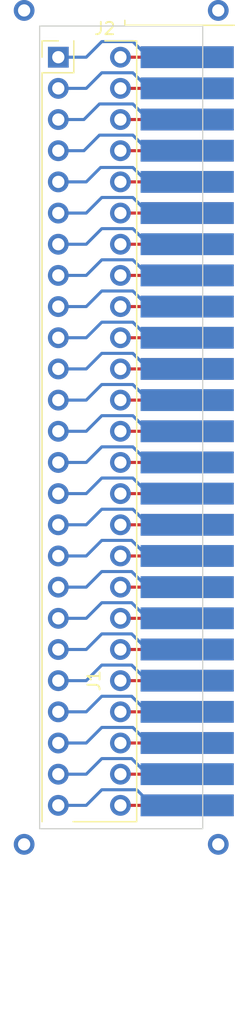
<source format=kicad_pcb>
(kicad_pcb (version 20211014) (generator pcbnew)
  (layers (0 "F.Cu" signal) (31 "B.Cu" signal) (34 "B.Paste" user) (35 "F.Paste" user) (36 "B.SilkS" user "B.Silkscreen") (37 "F.SilkS" user "F.Silkscreen") (38 "B.Mask" user) (39 "F.Mask" user) (44 "Edge.Cuts" user))
  (net 0 "")
  (net 1 "Net-(J1-Pad1)")
  (net 2 "Net-(J1-Pad2)")
  (net 3 "Net-(J1-Pad3)")
  (net 4 "Net-(J1-Pad4)")
  (net 5 "Net-(J1-Pad5)")
  (net 6 "Net-(J1-Pad6)")
  (net 7 "Net-(J1-Pad7)")
  (net 8 "Net-(J1-Pad8)")
  (net 9 "Net-(J1-Pad9)")
  (net 10 "Net-(J1-Pad10)")
  (net 11 "Net-(J1-Pad11)")
  (net 12 "Net-(J1-Pad12)")
  (net 13 "Net-(J1-Pad13)")
  (net 14 "Net-(J1-Pad14)")
  (net 15 "Net-(J1-Pad15)")
  (net 16 "Net-(J1-Pad16)")
  (net 17 "Net-(J1-Pad17)")
  (net 18 "Net-(J1-Pad18)")
  (net 19 "Net-(J1-Pad19)")
  (net 20 "Net-(J1-Pad20)")
  (net 21 "Net-(J1-Pad21)")
  (net 22 "Net-(J1-Pad22)")
  (net 23 "Net-(J1-Pad23)")
  (net 24 "Net-(J1-Pad24)")
  (net 25 "Net-(J1-Pad25)")
  (net 26 "Net-(J1-Pad32)")
  (net 27 "Net-(J1-Pad33)")
  (net 28 "Net-(J1-Pad34)")
  (net 29 "Net-(J1-Pad35)")
  (net 30 "Net-(J1-Pad36)")
  (net 31 "Net-(J1-Pad37)")
  (net 32 "Net-(J1-Pad38)")
  (net 33 "Net-(J1-Pad39)")
  (net 34 "Net-(J1-Pad40)")
  (net 35 "Net-(J1-Pad41)")
  (net 36 "Net-(J1-Pad42)")
  (net 37 "Net-(J1-Pad43)")
  (net 38 "Net-(J1-Pad44)")
  (net 39 "Net-(J1-Pad45)")
  (net 40 "Net-(J1-Pad46)")
  (net 41 "Net-(J1-Pad47)")
  (net 42 "Net-(J1-Pad48)")
  (net 43 "Net-(J1-Pad49)")
  (net 44 "Net-(J1-Pad50)")
  (net 45 "Net-(J1-Pad26)")
  (net 46 "Net-(J1-Pad27)")
  (net 47 "Net-(J1-Pad28)")
  (net 48 "Net-(J1-Pad29)")
  (net 49 "Net-(J1-Pad30)")
  (net 50 "Net-(J1-Pad31)")
  (footprint "Connector_PinHeader_2.54mm:Apple II Ext Connector" (layer "F.Cu") (at 31.369 126.365)
    (fp_text reference "J2" (at 3.81 -2.33) (layer "F.SilkS"))
    (fp_text value "Conn_02x25_Odd_Even")
    (fp_line (start 6.41 -1.33) (end 6.41 62.29) (layer "F.SilkS") (width 0.12))
    (fp_line (start -1.33 -1.33) (end 0 -1.33) (layer "F.SilkS") (width 0.12))
    (fp_line (start -1.33 1.27) (end 1.27 1.27) (layer "F.SilkS") (width 0.12))
    (fp_line (start 1.21 62.29) (end 6.41 62.29) (layer "F.SilkS") (width 0.12))
    (fp_line (start 1.27 1.27) (end 1.27 -1.33) (layer "F.SilkS") (width 0.12))
    (fp_line (start -1.33 1.27) (end -1.33 62.29) (layer "F.SilkS") (width 0.12))
    (fp_line (start -1.33 0) (end -1.33 -1.33) (layer "F.SilkS") (width 0.12))
    (fp_line (start 3.81 -1.33) (end 6.41 -1.33) (layer "F.SilkS") (width 0.12))
    (pad "1" thru_hole rect (at 0 0) (size 1.7 1.7) (drill 1) (layers *.Cu *.Mask) (net 1 "Net-(J1-Pad1)"))
    (pad "2" thru_hole oval (at 0 2.54) (size 1.7 1.7) (drill 1) (layers *.Cu *.Mask) (net 2 "Net-(J1-Pad2)"))
    (pad "3" thru_hole oval (at 0 5.08) (size 1.7 1.7) (drill 1) (layers *.Cu *.Mask) (net 3 "Net-(J1-Pad3)"))
    (pad "4" thru_hole oval (at 0 7.62) (size 1.7 1.7) (drill 1) (layers *.Cu *.Mask) (net 4 "Net-(J1-Pad4)"))
    (pad "5" thru_hole oval (at 0 10.16) (size 1.7 1.7) (drill 1) (layers *.Cu *.Mask) (net 5 "Net-(J1-Pad5)"))
    (pad "6" thru_hole oval (at 0 12.7) (size 1.7 1.7) (drill 1) (layers *.Cu *.Mask) (net 6 "Net-(J1-Pad6)"))
    (pad "7" thru_hole oval (at 0 15.24) (size 1.7 1.7) (drill 1) (layers *.Cu *.Mask) (net 7 "Net-(J1-Pad7)"))
    (pad "8" thru_hole oval (at 0 17.78) (size 1.7 1.7) (drill 1) (layers *.Cu *.Mask) (net 8 "Net-(J1-Pad8)"))
    (pad "9" thru_hole oval (at 0 20.32) (size 1.7 1.7) (drill 1) (layers *.Cu *.Mask) (net 9 "Net-(J1-Pad9)"))
    (pad "10" thru_hole oval (at 0 22.86) (size 1.7 1.7) (drill 1) (layers *.Cu *.Mask) (net 10 "Net-(J1-Pad10)"))
    (pad "11" thru_hole oval (at 0 25.4) (size 1.7 1.7) (drill 1) (layers *.Cu *.Mask) (net 11 "Net-(J1-Pad11)"))
    (pad "12" thru_hole oval (at 0 27.94) (size 1.7 1.7) (drill 1) (layers *.Cu *.Mask) (net 12 "Net-(J1-Pad12)"))
    (pad "13" thru_hole oval (at 0 30.48) (size 1.7 1.7) (drill 1) (layers *.Cu *.Mask) (net 13 "Net-(J1-Pad13)"))
    (pad "14" thru_hole oval (at 0 33.02) (size 1.7 1.7) (drill 1) (layers *.Cu *.Mask) (net 14 "Net-(J1-Pad14)"))
    (pad "15" thru_hole oval (at 0 35.56) (size 1.7 1.7) (drill 1) (layers *.Cu *.Mask) (net 15 "Net-(J1-Pad15)"))
    (pad "16" thru_hole oval (at 0 38.1) (size 1.7 1.7) (drill 1) (layers *.Cu *.Mask) (net 16 "Net-(J1-Pad16)"))
    (pad "17" thru_hole oval (at 0 40.64) (size 1.7 1.7) (drill 1) (layers *.Cu *.Mask) (net 17 "Net-(J1-Pad17)"))
    (pad "18" thru_hole oval (at 0 43.18) (size 1.7 1.7) (drill 1) (layers *.Cu *.Mask) (net 18 "Net-(J1-Pad18)"))
    (pad "19" thru_hole oval (at 0 45.72) (size 1.7 1.7) (drill 1) (layers *.Cu *.Mask) (net 19 "Net-(J1-Pad19)"))
    (pad "20" thru_hole oval (at 0 48.26) (size 1.7 1.7) (drill 1) (layers *.Cu *.Mask) (net 20 "Net-(J1-Pad20)"))
    (pad "21" thru_hole oval (at 0 50.8) (size 1.7 1.7) (drill 1) (layers *.Cu *.Mask) (net 21 "Net-(J1-Pad21)"))
    (pad "22" thru_hole oval (at 0 53.34) (size 1.7 1.7) (drill 1) (layers *.Cu *.Mask) (net 22 "Net-(J1-Pad22)"))
    (pad "23" thru_hole oval (at 0 55.88) (size 1.7 1.7) (drill 1) (layers *.Cu *.Mask) (net 23 "Net-(J1-Pad23)"))
    (pad "24" thru_hole oval (at 0 58.42) (size 1.7 1.7) (drill 1) (layers *.Cu *.Mask) (net 24 "Net-(J1-Pad24)"))
    (pad "25" thru_hole oval (at 0 60.96) (size 1.7 1.7) (drill 1) (layers *.Cu *.Mask) (net 25 "Net-(J1-Pad25)"))
    (pad "26" thru_hole oval (at 5.08 60.96 180) (size 1.7 1.7) (drill 1) (layers *.Cu *.Mask) (net 45 "Net-(J1-Pad26)"))
    (pad "27" thru_hole oval (at 5.08 58.42 180) (size 1.7 1.7) (drill 1) (layers *.Cu *.Mask) (net 46 "Net-(J1-Pad27)"))
    (pad "28" thru_hole oval (at 5.08 55.88 180) (size 1.7 1.7) (drill 1) (layers *.Cu *.Mask) (net 47 "Net-(J1-Pad28)"))
    (pad "29" thru_hole oval (at 5.08 53.34 180) (size 1.7 1.7) (drill 1) (layers *.Cu *.Mask) (net 48 "Net-(J1-Pad29)"))
    (pad "30" thru_hole oval (at 5.08 50.8 180) (size 1.7 1.7) (drill 1) (layers *.Cu *.Mask) (net 49 "Net-(J1-Pad30)"))
    (pad "31" thru_hole oval (at 5.08 48.26 180) (size 1.7 1.7) (drill 1) (layers *.Cu *.Mask) (net 50 "Net-(J1-Pad31)"))
    (pad "32" thru_hole oval (at 5.08 45.72 180) (size 1.7 1.7) (drill 1) (layers *.Cu *.Mask) (net 26 "Net-(J1-Pad32)"))
    (pad "33" thru_hole oval (at 5.08 43.18 180) (size 1.7 1.7) (drill 1) (layers *.Cu *.Mask) (net 27 "Net-(J1-Pad33)"))
    (pad "34" thru_hole oval (at 5.08 40.64 180) (size 1.7 1.7) (drill 1) (layers *.Cu *.Mask) (net 28 "Net-(J1-Pad34)"))
    (pad "35" thru_hole oval (at 5.08 38.1 180) (size 1.7 1.7) (drill 1) (layers *.Cu *.Mask) (net 29 "Net-(J1-Pad35)"))
    (pad "36" thru_hole oval (at 5.08 35.56 180) (size 1.7 1.7) (drill 1) (layers *.Cu *.Mask) (net 30 "Net-(J1-Pad36)"))
    (pad "37" thru_hole oval (at 5.08 33.02 180) (size 1.7 1.7) (drill 1) (layers *.Cu *.Mask) (net 31 "Net-(J1-Pad37)"))
    (pad "38" thru_hole oval (at 5.08 30.48 180) (size 1.7 1.7) (drill 1) (layers *.Cu *.Mask) (net 32 "Net-(J1-Pad38)"))
    (pad "39" thru_hole oval (at 5.08 27.94 180) (size 1.7 1.7) (drill 1) (layers *.Cu *.Mask) (net 33 "Net-(J1-Pad39)"))
    (pad "40" thru_hole oval (at 5.08 25.4 180) (size 1.7 1.7) (drill 1) (layers *.Cu *.Mask) (net 34 "Net-(J1-Pad40)"))
    (pad "41" thru_hole oval (at 5.08 22.86 180) (size 1.7 1.7) (drill 1) (layers *.Cu *.Mask) (net 35 "Net-(J1-Pad41)"))
    (pad "42" thru_hole oval (at 5.08 20.32 180) (size 1.7 1.7) (drill 1) (layers *.Cu *.Mask) (net 36 "Net-(J1-Pad42)"))
    (pad "43" thru_hole oval (at 5.08 17.78 180) (size 1.7 1.7) (drill 1) (layers *.Cu *.Mask) (net 37 "Net-(J1-Pad43)"))
    (pad "44" thru_hole oval (at 5.08 15.24 180) (size 1.7 1.7) (drill 1) (layers *.Cu *.Mask) (net 38 "Net-(J1-Pad44)"))
    (pad "45" thru_hole oval (at 5.08 12.7 180) (size 1.7 1.7) (drill 1) (layers *.Cu *.Mask) (net 39 "Net-(J1-Pad45)"))
    (pad "46" thru_hole oval (at 5.08 10.16 180) (size 1.7 1.7) (drill 1) (layers *.Cu *.Mask) (net 40 "Net-(J1-Pad46)"))
    (pad "47" thru_hole oval (at 5.08 7.62 180) (size 1.7 1.7) (drill 1) (layers *.Cu *.Mask) (net 41 "Net-(J1-Pad47)"))
    (pad "48" thru_hole oval (at 5.08 5.08 180) (size 1.7 1.7) (drill 1) (layers *.Cu *.Mask) (net 42 "Net-(J1-Pad48)"))
    (pad "49" thru_hole oval (at 5.08 2.54 180) (size 1.7 1.7) (drill 1) (layers *.Cu *.Mask) (net 43 "Net-(J1-Pad49)"))
    (pad "50" thru_hole oval (at 5.08 0 180) (size 1.7 1.7) (drill 1) (layers *.Cu *.Mask) (net 44 "Net-(J1-Pad50)"))
  )
  (footprint "Connector_PCBEdge:PIN_50_EDGE" (layer "F.Cu") (at 41.91 126.365 90)
    (fp_text reference "J1" (at -50.8 -7.62 90) (layer "F.SilkS"))
    (fp_text value "Conn_02x25_Odd_Even")
    (fp_line (start 2.6 -5.1) (end 3 -5.1) (layer "F.SilkS") (width 0.12))
    (fp_line (start 2.6 3.85) (end 2.6 -5.1) (layer "F.SilkS") (width 0.12))
    (pad "1" connect rect (at 0 0 90) (size 1.78 7.62) (layers "B.Cu" "B.Mask") (net 1 "Net-(J1-Pad1)"))
    (pad "2" connect rect (at -2.54 0 90) (size 1.78 7.62) (layers "B.Cu" "B.Mask") (net 2 "Net-(J1-Pad2)"))
    (pad "3" connect rect (at -5.08 0 90) (size 1.78 7.62) (layers "B.Cu" "B.Mask") (net 3 "Net-(J1-Pad3)"))
    (pad "4" connect rect (at -7.62 0 90) (size 1.78 7.62) (layers "B.Cu" "B.Mask") (net 4 "Net-(J1-Pad4)"))
    (pad "5" connect rect (at -10.16 0 90) (size 1.78 7.62) (layers "B.Cu" "B.Mask") (net 5 "Net-(J1-Pad5)"))
    (pad "6" connect rect (at -12.7 0 90) (size 1.78 7.62) (layers "B.Cu" "B.Mask") (net 6 "Net-(J1-Pad6)"))
    (pad "7" connect rect (at -15.24 0 90) (size 1.78 7.62) (layers "B.Cu" "B.Mask") (net 7 "Net-(J1-Pad7)"))
    (pad "8" connect rect (at -17.78 0 90) (size 1.78 7.62) (layers "B.Cu" "B.Mask") (net 8 "Net-(J1-Pad8)"))
    (pad "9" connect rect (at -20.32 0 90) (size 1.78 7.62) (layers "B.Cu" "B.Mask") (net 9 "Net-(J1-Pad9)"))
    (pad "10" connect rect (at -22.86 0 90) (size 1.78 7.62) (layers "B.Cu" "B.Mask") (net 10 "Net-(J1-Pad10)"))
    (pad "11" connect rect (at -25.4 0 90) (size 1.78 7.62) (layers "B.Cu" "B.Mask") (net 11 "Net-(J1-Pad11)"))
    (pad "12" connect rect (at -27.94 0 90) (size 1.78 7.62) (layers "B.Cu" "B.Mask") (net 12 "Net-(J1-Pad12)"))
    (pad "13" connect rect (at -30.48 0 90) (size 1.78 7.62) (layers "B.Cu" "B.Mask") (net 13 "Net-(J1-Pad13)"))
    (pad "14" connect rect (at -33.02 0 90) (size 1.78 7.62) (layers "B.Cu" "B.Mask") (net 14 "Net-(J1-Pad14)"))
    (pad "15" connect rect (at -35.56 0 90) (size 1.78 7.62) (layers "B.Cu" "B.Mask") (net 15 "Net-(J1-Pad15)"))
    (pad "16" connect rect (at -38.1 0 90) (size 1.78 7.62) (layers "B.Cu" "B.Mask") (net 16 "Net-(J1-Pad16)"))
    (pad "17" connect rect (at -40.64 0 90) (size 1.78 7.62) (layers "B.Cu" "B.Mask") (net 17 "Net-(J1-Pad17)"))
    (pad "18" connect rect (at -43.18 0 90) (size 1.78 7.62) (layers "B.Cu" "B.Mask") (net 18 "Net-(J1-Pad18)"))
    (pad "19" connect rect (at -45.72 0 90) (size 1.78 7.62) (layers "B.Cu" "B.Mask") (net 19 "Net-(J1-Pad19)"))
    (pad "20" connect rect (at -48.26 0 90) (size 1.78 7.62) (layers "B.Cu" "B.Mask") (net 20 "Net-(J1-Pad20)"))
    (pad "21" connect rect (at -50.8 0 90) (size 1.78 7.62) (layers "B.Cu" "B.Mask") (net 21 "Net-(J1-Pad21)"))
    (pad "22" connect rect (at -53.34 0 90) (size 1.78 7.62) (layers "B.Cu" "B.Mask") (net 22 "Net-(J1-Pad22)"))
    (pad "23" connect rect (at -55.88 0 90) (size 1.78 7.62) (layers "B.Cu" "B.Mask") (net 23 "Net-(J1-Pad23)"))
    (pad "24" connect rect (at -58.42 0 90) (size 1.78 7.62) (layers "B.Cu" "B.Mask") (net 24 "Net-(J1-Pad24)"))
    (pad "25" connect rect (at -60.96 0 90) (size 1.78 7.62) (layers "B.Cu" "B.Mask") (net 25 "Net-(J1-Pad25)"))
    (pad "26" connect rect (at -60.96 0 90) (size 1.78 7.62) (layers "F.Cu" "F.Mask") (net 45 "Net-(J1-Pad26)"))
    (pad "27" connect rect (at -58.42 0 90) (size 1.78 7.62) (layers "F.Cu" "F.Mask") (net 46 "Net-(J1-Pad27)"))
    (pad "28" connect rect (at -55.88 0 90) (size 1.78 7.62) (layers "F.Cu" "F.Mask") (net 47 "Net-(J1-Pad28)"))
    (pad "29" connect rect (at -53.34 0 90) (size 1.78 7.62) (layers "F.Cu" "F.Mask") (net 48 "Net-(J1-Pad29)"))
    (pad "30" connect rect (at -50.8 0 90) (size 1.78 7.62) (layers "F.Cu" "F.Mask") (net 49 "Net-(J1-Pad30)"))
    (pad "31" connect rect (at -48.26 0 90) (size 1.78 7.62) (layers "F.Cu" "F.Mask") (net 50 "Net-(J1-Pad31)"))
    (pad "32" connect rect (at -45.72 0 90) (size 1.78 7.62) (layers "F.Cu" "F.Mask") (net 26 "Net-(J1-Pad32)"))
    (pad "33" connect rect (at -43.18 0 90) (size 1.78 7.62) (layers "F.Cu" "F.Mask") (net 27 "Net-(J1-Pad33)"))
    (pad "34" connect rect (at -40.64 0 90) (size 1.78 7.62) (layers "F.Cu" "F.Mask") (net 28 "Net-(J1-Pad34)"))
    (pad "35" connect rect (at -38.1 0 90) (size 1.78 7.62) (layers "F.Cu" "F.Mask") (net 29 "Net-(J1-Pad35)"))
    (pad "36" connect rect (at -35.56 0 90) (size 1.78 7.62) (layers "F.Cu" "F.Mask") (net 30 "Net-(J1-Pad36)"))
    (pad "37" connect rect (at -33.02 0 90) (size 1.78 7.62) (layers "F.Cu" "F.Mask") (net 31 "Net-(J1-Pad37)"))
    (pad "38" connect rect (at -30.48 0 90) (size 1.78 7.62) (layers "F.Cu" "F.Mask") (net 32 "Net-(J1-Pad38)"))
    (pad "39" connect rect (at -27.94 0 90) (size 1.78 7.62) (layers "F.Cu" "F.Mask") (net 33 "Net-(J1-Pad39)"))
    (pad "40" connect rect (at -25.4 0 90) (size 1.78 7.62) (layers "F.Cu" "F.Mask") (net 34 "Net-(J1-Pad40)"))
    (pad "41" connect rect (at -22.86 0 90) (size 1.78 7.62) (layers "F.Cu" "F.Mask") (net 35 "Net-(J1-Pad41)"))
    (pad "42" connect rect (at -20.32 0 90) (size 1.78 7.62) (layers "F.Cu" "F.Mask") (net 36 "Net-(J1-Pad42)"))
    (pad "43" connect rect (at -17.78 0 90) (size 1.78 7.62) (layers "F.Cu" "F.Mask") (net 37 "Net-(J1-Pad43)"))
    (pad "44" connect rect (at -15.24 0 90) (size 1.78 7.62) (layers "F.Cu" "F.Mask") (net 38 "Net-(J1-Pad44)"))
    (pad "45" connect rect (at -12.7 0 90) (size 1.78 7.62) (layers "F.Cu" "F.Mask") (net 39 "Net-(J1-Pad45)"))
    (pad "46" connect rect (at -10.16 0 90) (size 1.78 7.62) (layers "F.Cu" "F.Mask") (net 40 "Net-(J1-Pad46)"))
    (pad "47" connect rect (at -7.62 0 90) (size 1.78 7.62) (layers "F.Cu" "F.Mask") (net 41 "Net-(J1-Pad47)"))
    (pad "48" connect rect (at -5.08 0 90) (size 1.78 7.62) (layers "F.Cu" "F.Mask") (net 42 "Net-(J1-Pad48)"))
    (pad "49" connect rect (at -2.54 0 90) (size 1.78 7.62) (layers "F.Cu" "F.Mask") (net 43 "Net-(J1-Pad49)"))
    (pad "50" connect rect (at 0 0 90) (size 1.78 7.62) (layers "F.Cu" "F.Mask") (net 44 "Net-(J1-Pad50)"))
  )
  (gr_rect (start 29.845 123.825) (end 43.18 189.23) (layer "Edge.Cuts") (width 0.1) (fill none))
  (via (at 28.575 190.5) (size 1.7) (drill 1) (layers "F.Cu" "B.Cu") (net 0))
  (via (at 44.45 122.555) (size 1.7) (drill 1) (layers "F.Cu" "B.Cu") (net 0))
  (via (at 28.575 122.555) (size 1.7) (drill 1) (layers "F.Cu" "B.Cu") (net 0))
  (via (at 44.45 190.5) (size 1.7) (drill 1) (layers "F.Cu" "B.Cu") (net 0))
  (segment (start 33.655 126.365) (end 34.925 125.095) (width 0.25) (layer "B.Cu") (net 1))
  (segment (start 34.925 125.095) (end 37.465 125.095) (width 0.25) (layer "B.Cu") (net 1))
  (segment (start 31.369 126.365) (end 33.655 126.365) (width 0.25) (layer "B.Cu") (net 1))
  (segment (start 37.465 125.095) (end 38.735 126.365) (width 0.25) (layer "B.Cu") (net 1))
  (segment (start 38.735 126.365) (end 41.91 126.365) (width 0.25) (layer "B.Cu") (net 1))
  (segment (start 31.369 128.905) (end 33.655 128.905) (width 0.25) (layer "B.Cu") (net 2))
  (segment (start 33.655 128.905) (end 34.925 127.635) (width 0.25) (layer "B.Cu") (net 2))
  (segment (start 34.925 127.635) (end 37.465 127.635) (width 0.25) (layer "B.Cu") (net 2))
  (segment (start 37.465 127.635) (end 38.735 128.905) (width 0.25) (layer "B.Cu") (net 2))
  (segment (start 38.735 128.905) (end 41.91 128.905) (width 0.25) (layer "B.Cu") (net 2))
  (segment (start 38.735 131.445) (end 41.91 131.445) (width 0.25) (layer "B.Cu") (net 3))
  (segment (start 33.4645 131.445) (end 34.7345 130.175) (width 0.25) (layer "B.Cu") (net 3))
  (segment (start 31.369 131.445) (end 33.4645 131.445) (width 0.25) (layer "B.Cu") (net 3))
  (segment (start 37.465 130.175) (end 38.735 131.445) (width 0.25) (layer "B.Cu") (net 3))
  (segment (start 34.7345 130.175) (end 37.465 130.175) (width 0.25) (layer "B.Cu") (net 3))
  (segment (start 34.7345 132.715) (end 37.465 132.715) (width 0.25) (layer "B.Cu") (net 4))
  (segment (start 38.735 133.985) (end 41.91 133.985) (width 0.25) (layer "B.Cu") (net 4))
  (segment (start 31.369 133.985) (end 33.4645 133.985) (width 0.25) (layer "B.Cu") (net 4))
  (segment (start 33.4645 133.985) (end 34.7345 132.715) (width 0.25) (layer "B.Cu") (net 4))
  (segment (start 37.465 132.715) (end 38.735 133.985) (width 0.25) (layer "B.Cu") (net 4))
  (segment (start 33.655 136.525) (end 34.83 135.35) (width 0.25) (layer "B.Cu") (net 5))
  (segment (start 37.465 135.35) (end 38.64 136.525) (width 0.25) (layer "B.Cu") (net 5))
  (segment (start 34.83 135.35) (end 37.465 135.35) (width 0.25) (layer "B.Cu") (net 5))
  (segment (start 38.64 136.525) (end 41.91 136.525) (width 0.25) (layer "B.Cu") (net 5))
  (segment (start 31.369 136.525) (end 33.655 136.525) (width 0.25) (layer "B.Cu") (net 5))
  (segment (start 38.735 139.065) (end 41.91 139.065) (width 0.25) (layer "B.Cu") (net 6))
  (segment (start 34.925 137.795) (end 37.465 137.795) (width 0.25) (layer "B.Cu") (net 6))
  (segment (start 33.655 139.065) (end 34.925 137.795) (width 0.25) (layer "B.Cu") (net 6))
  (segment (start 31.369 139.065) (end 33.655 139.065) (width 0.25) (layer "B.Cu") (net 6))
  (segment (start 37.465 137.795) (end 38.735 139.065) (width 0.25) (layer "B.Cu") (net 6))
  (segment (start 33.655 141.605) (end 34.925 140.335) (width 0.25) (layer "B.Cu") (net 7))
  (segment (start 38.735 141.605) (end 41.91 141.605) (width 0.25) (layer "B.Cu") (net 7))
  (segment (start 31.369 141.605) (end 33.655 141.605) (width 0.25) (layer "B.Cu") (net 7))
  (segment (start 37.465 140.335) (end 38.735 141.605) (width 0.25) (layer "B.Cu") (net 7))
  (segment (start 34.925 140.335) (end 37.465 140.335) (width 0.25) (layer "B.Cu") (net 7))
  (segment (start 31.369 144.145) (end 33.655 144.145) (width 0.25) (layer "B.Cu") (net 8))
  (segment (start 34.925 142.875) (end 37.465 142.875) (width 0.25) (layer "B.Cu") (net 8))
  (segment (start 38.735 144.145) (end 41.91 144.145) (width 0.25) (layer "B.Cu") (net 8))
  (segment (start 37.465 142.875) (end 38.735 144.145) (width 0.25) (layer "B.Cu") (net 8))
  (segment (start 33.655 144.145) (end 34.925 142.875) (width 0.25) (layer "B.Cu") (net 8))
  (segment (start 38.735 146.685) (end 41.91 146.685) (width 0.25) (layer "B.Cu") (net 9))
  (segment (start 34.925 145.415) (end 37.465 145.415) (width 0.25) (layer "B.Cu") (net 9))
  (segment (start 31.369 146.685) (end 33.655 146.685) (width 0.25) (layer "B.Cu") (net 9))
  (segment (start 33.655 146.685) (end 34.925 145.415) (width 0.25) (layer "B.Cu") (net 9))
  (segment (start 37.465 145.415) (end 38.735 146.685) (width 0.25) (layer "B.Cu") (net 9))
  (segment (start 34.925 147.955) (end 37.465 147.955) (width 0.25) (layer "B.Cu") (net 10))
  (segment (start 38.735 149.225) (end 41.91 149.225) (width 0.25) (layer "B.Cu") (net 10))
  (segment (start 33.655 149.225) (end 34.925 147.955) (width 0.25) (layer "B.Cu") (net 10))
  (segment (start 31.369 149.225) (end 33.655 149.225) (width 0.25) (layer "B.Cu") (net 10))
  (segment (start 37.465 147.955) (end 38.735 149.225) (width 0.25) (layer "B.Cu") (net 10))
  (segment (start 34.925 150.495) (end 37.465 150.495) (width 0.25) (layer "B.Cu") (net 11))
  (segment (start 33.655 151.765) (end 34.925 150.495) (width 0.25) (layer "B.Cu") (net 11))
  (segment (start 38.735 151.765) (end 41.91 151.765) (width 0.25) (layer "B.Cu") (net 11))
  (segment (start 31.369 151.765) (end 33.655 151.765) (width 0.25) (layer "B.Cu") (net 11))
  (segment (start 37.465 150.495) (end 38.735 151.765) (width 0.25) (layer "B.Cu") (net 11))
  (segment (start 38.735 154.305) (end 41.91 154.305) (width 0.25) (layer "B.Cu") (net 12))
  (segment (start 37.465 153.035) (end 38.735 154.305) (width 0.25) (layer "B.Cu") (net 12))
  (segment (start 33.655 154.305) (end 34.925 153.035) (width 0.25) (layer "B.Cu") (net 12))
  (segment (start 31.369 154.305) (end 33.655 154.305) (width 0.25) (layer "B.Cu") (net 12))
  (segment (start 34.925 153.035) (end 37.465 153.035) (width 0.25) (layer "B.Cu") (net 12))
  (segment (start 33.655 156.845) (end 34.925 155.575) (width 0.25) (layer "B.Cu") (net 13))
  (segment (start 38.735 156.845) (end 41.91 156.845) (width 0.25) (layer "B.Cu") (net 13))
  (segment (start 34.925 155.575) (end 37.465 155.575) (width 0.25) (layer "B.Cu") (net 13))
  (segment (start 37.465 155.575) (end 38.735 156.845) (width 0.25) (layer "B.Cu") (net 13))
  (segment (start 31.369 156.845) (end 33.655 156.845) (width 0.25) (layer "B.Cu") (net 13))
  (segment (start 31.369 159.385) (end 33.655 159.385) (width 0.25) (layer "B.Cu") (net 14))
  (segment (start 37.465 158.115) (end 38.735 159.385) (width 0.25) (layer "B.Cu") (net 14))
  (segment (start 38.735 159.385) (end 41.91 159.385) (width 0.25) (layer "B.Cu") (net 14))
  (segment (start 34.925 158.115) (end 37.465 158.115) (width 0.25) (layer "B.Cu") (net 14))
  (segment (start 33.655 159.385) (end 34.925 158.115) (width 0.25) (layer "B.Cu") (net 14))
  (segment (start 33.655 161.925) (end 34.925 160.655) (width 0.25) (layer "B.Cu") (net 15))
  (segment (start 31.369 161.925) (end 33.655 161.925) (width 0.25) (layer "B.Cu") (net 15))
  (segment (start 34.925 160.655) (end 37.465 160.655) (width 0.25) (layer "B.Cu") (net 15))
  (segment (start 38.735 161.925) (end 41.91 161.925) (width 0.25) (layer "B.Cu") (net 15))
  (segment (start 37.465 160.655) (end 38.735 161.925) (width 0.25) (layer "B.Cu") (net 15))
  (segment (start 34.925 163.195) (end 37.465 163.195) (width 0.25) (layer "B.Cu") (net 16))
  (segment (start 33.655 164.465) (end 34.925 163.195) (width 0.25) (layer "B.Cu") (net 16))
  (segment (start 31.369 164.465) (end 33.655 164.465) (width 0.25) (layer "B.Cu") (net 16))
  (segment (start 37.465 163.195) (end 38.735 164.465) (width 0.25) (layer "B.Cu") (net 16))
  (segment (start 38.735 164.465) (end 41.91 164.465) (width 0.25) (layer "B.Cu") (net 16))
  (segment (start 38.64 167.005) (end 41.91 167.005) (width 0.25) (layer "B.Cu") (net 17))
  (segment (start 37.37 165.735) (end 38.64 167.005) (width 0.25) (layer "B.Cu") (net 17))
  (segment (start 33.655 167.005) (end 34.925 165.735) (width 0.25) (layer "B.Cu") (net 17))
  (segment (start 31.369 167.005) (end 33.655 167.005) (width 0.25) (layer "B.Cu") (net 17))
  (segment (start 34.925 165.735) (end 37.37 165.735) (width 0.25) (layer "B.Cu") (net 17))
  (segment (start 31.369 169.545) (end 33.655 169.545) (width 0.25) (layer "B.Cu") (net 18))
  (segment (start 38.64 169.545) (end 41.91 169.545) (width 0.25) (layer "B.Cu") (net 18))
  (segment (start 34.925 168.275) (end 37.37 168.275) (width 0.25) (layer "B.Cu") (net 18))
  (segment (start 37.37 168.275) (end 38.64 169.545) (width 0.25) (layer "B.Cu") (net 18))
  (segment (start 33.655 169.545) (end 34.925 168.275) (width 0.25) (layer "B.Cu") (net 18))
  (segment (start 31.369 172.085) (end 33.655 172.085) (width 0.25) (layer "B.Cu") (net 19))
  (segment (start 34.925 170.815) (end 37.37 170.815) (width 0.25) (layer "B.Cu") (net 19))
  (segment (start 38.64 172.085) (end 41.91 172.085) (width 0.25) (layer "B.Cu") (net 19))
  (segment (start 37.37 170.815) (end 38.64 172.085) (width 0.25) (layer "B.Cu") (net 19))
  (segment (start 33.655 172.085) (end 34.925 170.815) (width 0.25) (layer "B.Cu") (net 19))
  (segment (start 31.369 174.625) (end 33.655 174.625) (width 0.25) (layer "B.Cu") (net 20))
  (segment (start 34.925 173.355) (end 37.37 173.355) (width 0.25) (layer "B.Cu") (net 20))
  (segment (start 37.37 173.355) (end 38.64 174.625) (width 0.25) (layer "B.Cu") (net 20))
  (segment (start 38.64 174.625) (end 41.91 174.625) (width 0.25) (layer "B.Cu") (net 20))
  (segment (start 33.655 174.625) (end 34.925 173.355) (width 0.25) (layer "B.Cu") (net 20))
  (segment (start 31.369 177.165) (end 33.655 177.165) (width 0.25) (layer "B.Cu") (net 21))
  (segment (start 38.64 177.165) (end 41.91 177.165) (width 0.25) (layer "B.Cu") (net 21))
  (segment (start 34.925 175.895) (end 37.37 175.895) (width 0.25) (layer "B.Cu") (net 21))
  (segment (start 37.37 175.895) (end 38.64 177.165) (width 0.25) (layer "B.Cu") (net 21))
  (segment (start 33.655 177.165) (end 34.925 175.895) (width 0.25) (layer "B.Cu") (net 21))
  (segment (start 34.925 178.435) (end 37.37 178.435) (width 0.25) (layer "B.Cu") (net 22))
  (segment (start 38.64 179.705) (end 41.91 179.705) (width 0.25) (layer "B.Cu") (net 22))
  (segment (start 33.655 179.705) (end 34.925 178.435) (width 0.25) (layer "B.Cu") (net 22))
  (segment (start 37.37 178.435) (end 38.64 179.705) (width 0.25) (layer "B.Cu") (net 22))
  (segment (start 31.369 179.705) (end 33.655 179.705) (width 0.25) (layer "B.Cu") (net 22))
  (segment (start 33.655 182.245) (end 34.925 180.975) (width 0.25) (layer "B.Cu") (net 23))
  (segment (start 37.465 180.975) (end 38.735 182.245) (width 0.25) (layer "B.Cu") (net 23))
  (segment (start 34.925 180.975) (end 37.465 180.975) (width 0.25) (layer "B.Cu") (net 23))
  (segment (start 38.735 182.245) (end 41.91 182.245) (width 0.25) (layer "B.Cu") (net 23))
  (segment (start 31.369 182.245) (end 33.655 182.245) (width 0.25) (layer "B.Cu") (net 23))
  (segment (start 38.64 184.785) (end 41.91 184.785) (width 0.25) (layer "B.Cu") (net 24))
  (segment (start 31.369 184.785) (end 33.655 184.785) (width 0.25) (layer "B.Cu") (net 24))
  (segment (start 34.925 183.515) (end 37.37 183.515) (width 0.25) (layer "B.Cu") (net 24))
  (segment (start 37.37 183.515) (end 38.64 184.785) (width 0.25) (layer "B.Cu") (net 24))
  (segment (start 33.655 184.785) (end 34.925 183.515) (width 0.25) (layer "B.Cu") (net 24))
  (segment (start 34.925 186.055) (end 37.7825 186.055) (width 0.25) (layer "B.Cu") (net 25))
  (segment (start 39.0525 187.325) (end 41.91 187.325) (width 0.25) (layer "B.Cu") (net 25))
  (segment (start 31.369 187.325) (end 33.655 187.325) (width 0.25) (layer "B.Cu") (net 25))
  (segment (start 33.655 187.325) (end 34.925 186.055) (width 0.25) (layer "B.Cu") (net 25))
  (segment (start 37.7825 186.055) (end 39.0525 187.325) (width 0.25) (layer "B.Cu") (net 25))
  (segment (start 36.449 172.085) (end 41.91 172.085) (width 0.25) (layer "F.Cu") (net 26))
  (segment (start 36.449 169.545) (end 41.91 169.545) (width 0.25) (layer "F.Cu") (net 27))
  (segment (start 36.449 167.005) (end 41.91 167.005) (width 0.25) (layer "F.Cu") (net 28))
  (segment (start 36.449 164.465) (end 41.91 164.465) (width 0.25) (layer "F.Cu") (net 29))
  (segment (start 36.449 161.925) (end 41.91 161.925) (width 0.25) (layer "F.Cu") (net 30))
  (segment (start 36.449 159.385) (end 41.91 159.385) (width 0.25) (layer "F.Cu") (net 31))
  (segment (start 36.449 156.845) (end 41.91 156.845) (width 0.25) (layer "F.Cu") (net 32))
  (segment (start 36.449 154.305) (end 41.91 154.305) (width 0.25) (layer "F.Cu") (net 33))
  (segment (start 36.449 151.765) (end 41.91 151.765) (width 0.25) (layer "F.Cu") (net 34))
  (segment (start 36.449 149.225) (end 41.91 149.225) (width 0.25) (layer "F.Cu") (net 35))
  (segment (start 36.449 146.685) (end 41.91 146.685) (width 0.25) (layer "F.Cu") (net 36))
  (segment (start 36.449 144.145) (end 41.91 144.145) (width 0.25) (layer "F.Cu") (net 37))
  (segment (start 36.449 141.605) (end 41.91 141.605) (width 0.25) (layer "F.Cu") (net 38))
  (segment (start 36.449 139.065) (end 41.91 139.065) (width 0.25) (layer "F.Cu") (net 39))
  (segment (start 36.449 136.525) (end 41.91 136.525) (width 0.25) (layer "F.Cu") (net 40))
  (segment (start 36.449 133.985) (end 41.91 133.985) (width 0.25) (layer "F.Cu") (net 41))
  (segment (start 36.449 131.445) (end 41.91 131.445) (width 0.25) (layer "F.Cu") (net 42))
  (segment (start 36.449 128.905) (end 41.91 128.905) (width 0.25) (layer "F.Cu") (net 43))
  (segment (start 36.449 126.365) (end 41.91 126.365) (width 0.25) (layer "F.Cu") (net 44))
  (segment (start 36.449 187.325) (end 41.91 187.325) (width 0.25) (layer "F.Cu") (net 45))
  (segment (start 36.449 184.785) (end 41.91 184.785) (width 0.25) (layer "F.Cu") (net 46))
  (segment (start 36.449 182.245) (end 41.91 182.245) (width 0.25) (layer "F.Cu") (net 47))
  (segment (start 36.449 179.705) (end 41.91 179.705) (width 0.25) (layer "F.Cu") (net 48))
  (segment (start 36.449 177.165) (end 41.91 177.165) (width 0.25) (layer "F.Cu") (net 49))
  (segment (start 36.449 174.625) (end 41.91 174.625) (width 0.25) (layer "F.Cu") (net 50))
)
</source>
